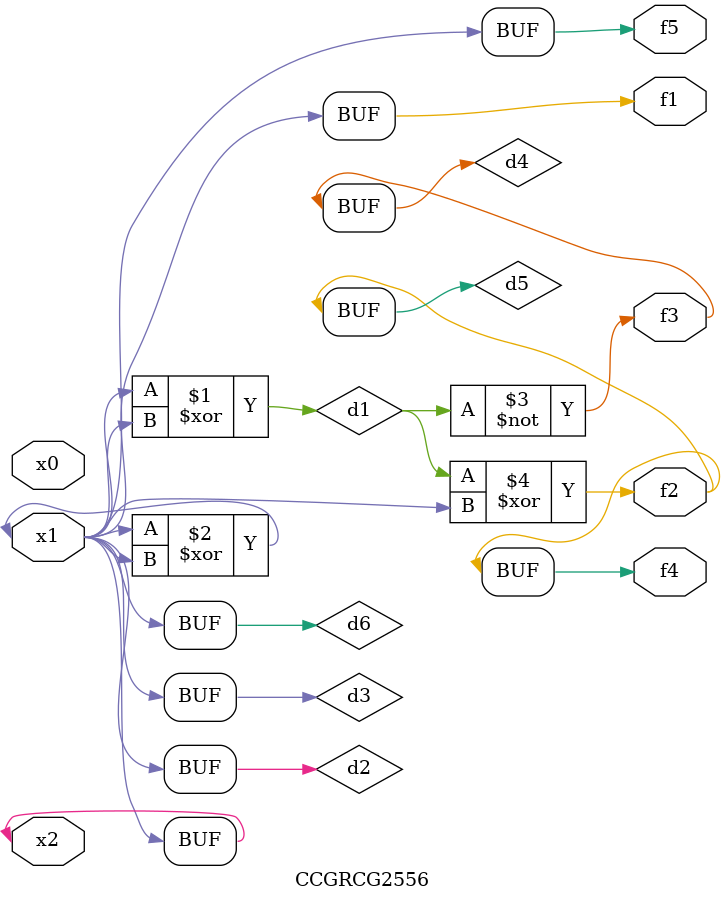
<source format=v>
module CCGRCG2556(
	input x0, x1, x2,
	output f1, f2, f3, f4, f5
);

	wire d1, d2, d3, d4, d5, d6;

	xor (d1, x1, x2);
	buf (d2, x1, x2);
	xor (d3, x1, x2);
	nor (d4, d1);
	xor (d5, d1, d2);
	buf (d6, d2, d3);
	assign f1 = d6;
	assign f2 = d5;
	assign f3 = d4;
	assign f4 = d5;
	assign f5 = d6;
endmodule

</source>
